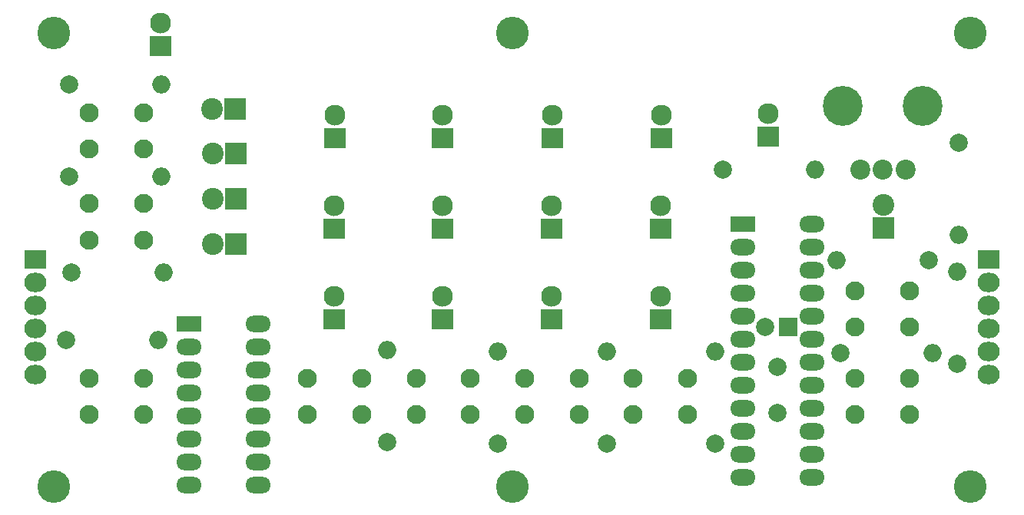
<source format=gbr>
G04 #@! TF.FileFunction,Soldermask,Top*
%FSLAX46Y46*%
G04 Gerber Fmt 4.6, Leading zero omitted, Abs format (unit mm)*
G04 Created by KiCad (PCBNEW 4.0.7) date Saturday, 20 '20e' October '20e' 2018 20:36:37*
%MOMM*%
%LPD*%
G01*
G04 APERTURE LIST*
%ADD10C,0.500000*%
%ADD11R,2.800000X1.800000*%
%ADD12O,2.800000X1.800000*%
%ADD13C,3.600000*%
%ADD14C,2.000000*%
%ADD15R,2.000000X2.000000*%
%ADD16R,2.400000X2.300000*%
%ADD17C,2.300000*%
%ADD18R,2.400000X2.400000*%
%ADD19C,2.400000*%
%ADD20R,2.432000X2.127200*%
%ADD21O,2.432000X2.127200*%
%ADD22O,2.000000X2.000000*%
%ADD23C,2.200000*%
%ADD24C,4.400000*%
%ADD25C,2.100000*%
G04 APERTURE END LIST*
D10*
D11*
X109150000Y-83300000D03*
D12*
X116770000Y-111240000D03*
X109150000Y-85840000D03*
X116770000Y-108700000D03*
X109150000Y-88380000D03*
X116770000Y-106160000D03*
X109150000Y-90920000D03*
X116770000Y-103620000D03*
X109150000Y-93460000D03*
X116770000Y-101080000D03*
X109150000Y-96000000D03*
X116770000Y-98540000D03*
X109150000Y-98540000D03*
X116770000Y-96000000D03*
X109150000Y-101080000D03*
X116770000Y-93460000D03*
X109150000Y-103620000D03*
X116770000Y-90920000D03*
X109150000Y-106160000D03*
X116770000Y-88380000D03*
X109150000Y-108700000D03*
X116770000Y-85840000D03*
X109150000Y-111240000D03*
X116770000Y-83300000D03*
D11*
X48100000Y-94300000D03*
D12*
X55720000Y-112080000D03*
X48100000Y-96840000D03*
X55720000Y-109540000D03*
X48100000Y-99380000D03*
X55720000Y-107000000D03*
X48100000Y-101920000D03*
X55720000Y-104460000D03*
X48100000Y-104460000D03*
X55720000Y-101920000D03*
X48100000Y-107000000D03*
X55720000Y-99380000D03*
X48100000Y-109540000D03*
X55720000Y-96840000D03*
X48100000Y-112080000D03*
X55720000Y-94300000D03*
D13*
X33250000Y-112250000D03*
X83750000Y-112250000D03*
X134250000Y-112250000D03*
X134250000Y-62250000D03*
X83750000Y-62250000D03*
D14*
X112950000Y-99100000D03*
X112950000Y-104100000D03*
D15*
X114150000Y-94700000D03*
D14*
X111650000Y-94700000D03*
D16*
X45000000Y-63650000D03*
D17*
X45000000Y-61110000D03*
D18*
X53200000Y-70650000D03*
D19*
X50660000Y-70650000D03*
D18*
X53250000Y-75550000D03*
D19*
X50710000Y-75550000D03*
D18*
X53250000Y-80550000D03*
D19*
X50710000Y-80550000D03*
D18*
X53250000Y-85550000D03*
D19*
X50710000Y-85550000D03*
D18*
X124700000Y-83700000D03*
D19*
X124700000Y-81160000D03*
D16*
X64200000Y-73800000D03*
D17*
X64200000Y-71260000D03*
D16*
X64100000Y-83800000D03*
D17*
X64100000Y-81260000D03*
D16*
X64100000Y-93800000D03*
D17*
X64100000Y-91260000D03*
D16*
X76100000Y-73800000D03*
D17*
X76100000Y-71260000D03*
D16*
X76100000Y-83800000D03*
D17*
X76100000Y-81260000D03*
D16*
X76100000Y-93800000D03*
D17*
X76100000Y-91260000D03*
D16*
X88200000Y-73800000D03*
D17*
X88200000Y-71260000D03*
D16*
X88100000Y-83800000D03*
D17*
X88100000Y-81260000D03*
D16*
X88100000Y-93800000D03*
D17*
X88100000Y-91260000D03*
D16*
X100200000Y-73800000D03*
D17*
X100200000Y-71260000D03*
D16*
X100100000Y-83800000D03*
D17*
X100100000Y-81260000D03*
D16*
X100100000Y-93800000D03*
D17*
X100100000Y-91260000D03*
D16*
X112000000Y-73700000D03*
D17*
X112000000Y-71160000D03*
D20*
X31200000Y-87250000D03*
D21*
X31200000Y-89790000D03*
X31200000Y-92330000D03*
X31200000Y-94870000D03*
X31200000Y-97410000D03*
X31200000Y-99950000D03*
D20*
X136250000Y-87250000D03*
D21*
X136250000Y-89790000D03*
X136250000Y-92330000D03*
X136250000Y-94870000D03*
X136250000Y-97410000D03*
X136250000Y-99950000D03*
D14*
X34900000Y-78050000D03*
D22*
X45060000Y-78050000D03*
D14*
X35150000Y-88650000D03*
D22*
X45310000Y-88650000D03*
D14*
X34550000Y-96100000D03*
D22*
X44710000Y-96100000D03*
D14*
X69950000Y-107350000D03*
D22*
X69950000Y-97190000D03*
D14*
X34950000Y-67900000D03*
D22*
X45110000Y-67900000D03*
D14*
X82150000Y-107500000D03*
D22*
X82150000Y-97340000D03*
D14*
X129700000Y-87300000D03*
D22*
X119540000Y-87300000D03*
D14*
X94150000Y-107550000D03*
D22*
X94150000Y-97390000D03*
D14*
X106150000Y-107550000D03*
D22*
X106150000Y-97390000D03*
D14*
X132750000Y-98700000D03*
D22*
X132750000Y-88540000D03*
D14*
X119950000Y-97500000D03*
D22*
X130110000Y-97500000D03*
D14*
X132950000Y-74300000D03*
D22*
X132950000Y-84460000D03*
D14*
X107000000Y-77300000D03*
D22*
X117160000Y-77300000D03*
D23*
X122100000Y-77300000D03*
X124600000Y-77300000D03*
X127100000Y-77300000D03*
D24*
X120200000Y-70300000D03*
X129000000Y-70300000D03*
D25*
X43100000Y-75050000D03*
X37100000Y-75050000D03*
X43100000Y-71050000D03*
X37100000Y-71050000D03*
X43100000Y-85050000D03*
X37100000Y-85050000D03*
X43100000Y-81050000D03*
X37100000Y-81050000D03*
X43150000Y-104300000D03*
X37150000Y-104300000D03*
X43150000Y-100300000D03*
X37150000Y-100300000D03*
X67150000Y-104300000D03*
X61150000Y-104300000D03*
X67150000Y-100300000D03*
X61150000Y-100300000D03*
X79150000Y-104300000D03*
X73150000Y-104300000D03*
X79150000Y-100300000D03*
X73150000Y-100300000D03*
X127550000Y-94700000D03*
X121550000Y-94700000D03*
X127550000Y-90700000D03*
X121550000Y-90700000D03*
X91100000Y-104300000D03*
X85100000Y-104300000D03*
X91100000Y-100300000D03*
X85100000Y-100300000D03*
X103100000Y-104300000D03*
X97100000Y-104300000D03*
X103100000Y-100300000D03*
X97100000Y-100300000D03*
X127550000Y-104300000D03*
X121550000Y-104300000D03*
X127550000Y-100300000D03*
X121550000Y-100300000D03*
D13*
X33250000Y-62250000D03*
M02*

</source>
